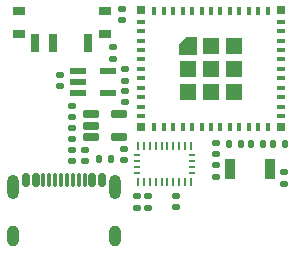
<source format=gtp>
G04 #@! TF.GenerationSoftware,KiCad,Pcbnew,8.0.2*
G04 #@! TF.CreationDate,2024-07-25T04:44:41-07:00*
G04 #@! TF.ProjectId,uSlime,75536c69-6d65-42e6-9b69-6361645f7063,rev?*
G04 #@! TF.SameCoordinates,Original*
G04 #@! TF.FileFunction,Paste,Top*
G04 #@! TF.FilePolarity,Positive*
%FSLAX46Y46*%
G04 Gerber Fmt 4.6, Leading zero omitted, Abs format (unit mm)*
G04 Created by KiCad (PCBNEW 8.0.2) date 2024-07-25 04:44:41*
%MOMM*%
%LPD*%
G01*
G04 APERTURE LIST*
G04 Aperture macros list*
%AMRoundRect*
0 Rectangle with rounded corners*
0 $1 Rounding radius*
0 $2 $3 $4 $5 $6 $7 $8 $9 X,Y pos of 4 corners*
0 Add a 4 corners polygon primitive as box body*
4,1,4,$2,$3,$4,$5,$6,$7,$8,$9,$2,$3,0*
0 Add four circle primitives for the rounded corners*
1,1,$1+$1,$2,$3*
1,1,$1+$1,$4,$5*
1,1,$1+$1,$6,$7*
1,1,$1+$1,$8,$9*
0 Add four rect primitives between the rounded corners*
20,1,$1+$1,$2,$3,$4,$5,0*
20,1,$1+$1,$4,$5,$6,$7,0*
20,1,$1+$1,$6,$7,$8,$9,0*
20,1,$1+$1,$8,$9,$2,$3,0*%
%AMFreePoly0*
4,1,6,0.725000,-0.725000,-0.725000,-0.725000,-0.725000,0.125000,-0.125000,0.725000,0.725000,0.725000,0.725000,-0.725000,0.725000,-0.725000,$1*%
G04 Aperture macros list end*
%ADD10RoundRect,0.147500X-0.172500X0.147500X-0.172500X-0.147500X0.172500X-0.147500X0.172500X0.147500X0*%
%ADD11RoundRect,0.140000X0.170000X-0.140000X0.170000X0.140000X-0.170000X0.140000X-0.170000X-0.140000X0*%
%ADD12RoundRect,0.135000X0.185000X-0.135000X0.185000X0.135000X-0.185000X0.135000X-0.185000X-0.135000X0*%
%ADD13RoundRect,0.135000X-0.185000X0.135000X-0.185000X-0.135000X0.185000X-0.135000X0.185000X0.135000X0*%
%ADD14RoundRect,0.140000X-0.170000X0.140000X-0.170000X-0.140000X0.170000X-0.140000X0.170000X0.140000X0*%
%ADD15RoundRect,0.150000X-0.150000X-0.425000X0.150000X-0.425000X0.150000X0.425000X-0.150000X0.425000X0*%
%ADD16RoundRect,0.075000X-0.075000X-0.500000X0.075000X-0.500000X0.075000X0.500000X-0.075000X0.500000X0*%
%ADD17O,1.000000X2.100000*%
%ADD18O,1.000000X1.800000*%
%ADD19RoundRect,0.135000X-0.135000X-0.185000X0.135000X-0.185000X0.135000X0.185000X-0.135000X0.185000X0*%
%ADD20R,0.250010X0.675010*%
%ADD21R,0.575010X0.250010*%
%ADD22RoundRect,0.147500X0.147500X0.172500X-0.147500X0.172500X-0.147500X-0.172500X0.147500X-0.172500X0*%
%ADD23RoundRect,0.135000X0.135000X0.185000X-0.135000X0.185000X-0.135000X-0.185000X0.135000X-0.185000X0*%
%ADD24RoundRect,0.140000X0.140000X0.170000X-0.140000X0.170000X-0.140000X-0.170000X0.140000X-0.170000X0*%
%ADD25R,1.320800X0.508000*%
%ADD26R,0.800000X0.400000*%
%ADD27R,0.400000X0.800000*%
%ADD28FreePoly0,0.000000*%
%ADD29R,1.450000X1.450000*%
%ADD30R,0.700000X0.700000*%
%ADD31R,0.700000X1.500000*%
%ADD32R,1.000000X0.800000*%
%ADD33R,0.900000X1.700000*%
%ADD34RoundRect,0.045000X-0.630000X0.255000X-0.630000X-0.255000X0.630000X-0.255000X0.630000X0.255000X0*%
G04 APERTURE END LIST*
D10*
X107950000Y-102015000D03*
X107950000Y-102985000D03*
D11*
X119000000Y-102380000D03*
X119000000Y-101420000D03*
D12*
X111300000Y-96160000D03*
X111300000Y-95140000D03*
D11*
X105850000Y-96630000D03*
X105850000Y-95670000D03*
X111100000Y-91030000D03*
X111100000Y-90070000D03*
D13*
X119000000Y-103290000D03*
X119000000Y-104310000D03*
D14*
X106800000Y-100150000D03*
X106800000Y-101110000D03*
D15*
X102950000Y-104570000D03*
X103750000Y-104570000D03*
D16*
X104900000Y-104570000D03*
X105900000Y-104570000D03*
X106400000Y-104570000D03*
X107400000Y-104570000D03*
D15*
X108550000Y-104570000D03*
X109350000Y-104570000D03*
X109350000Y-104570000D03*
X108550000Y-104570000D03*
D16*
X107900000Y-104570000D03*
X106900000Y-104570000D03*
X105400000Y-104570000D03*
X104400000Y-104570000D03*
D15*
X103750000Y-104570000D03*
X102950000Y-104570000D03*
D17*
X101830000Y-105145000D03*
D18*
X101830000Y-109325000D03*
D17*
X110470000Y-105145000D03*
D18*
X110470000Y-109325000D03*
D13*
X112300000Y-105890000D03*
X112300000Y-106910000D03*
D10*
X106800000Y-98265000D03*
X106800000Y-99235000D03*
D14*
X111200000Y-101920000D03*
X111200000Y-102880000D03*
D19*
X109090000Y-102750000D03*
X110110000Y-102750000D03*
D12*
X110300000Y-94310000D03*
X110300000Y-93290000D03*
D20*
X112413960Y-101637570D03*
D21*
X112350460Y-102450370D03*
X112350460Y-102950750D03*
X112350460Y-103449860D03*
X112350460Y-103950240D03*
D20*
X112413960Y-104763040D03*
X112914340Y-104763040D03*
X113414720Y-104763040D03*
X113913830Y-104763040D03*
X114414210Y-104763040D03*
X114913320Y-104763040D03*
X115413700Y-104763040D03*
X115914080Y-104763040D03*
X116414460Y-104763040D03*
X116913570Y-104763040D03*
D21*
X116977070Y-103950240D03*
X116977070Y-103449860D03*
X116977070Y-102950750D03*
X116977070Y-102450370D03*
D20*
X116913570Y-101637570D03*
X116414460Y-101637570D03*
X115914080Y-101637570D03*
X115413700Y-101637570D03*
X114913320Y-101637570D03*
X114414210Y-101637570D03*
X113913830Y-101637570D03*
X113414720Y-101637570D03*
X112914340Y-101637570D03*
D22*
X122967500Y-101500000D03*
X121997500Y-101500000D03*
D11*
X115650000Y-106830000D03*
X115650000Y-105870000D03*
D23*
X124892500Y-101500000D03*
X123872500Y-101500000D03*
D13*
X124800000Y-103840000D03*
X124800000Y-104860000D03*
D24*
X121097500Y-101500000D03*
X120137500Y-101500000D03*
D13*
X113300000Y-105890000D03*
X113300000Y-106910000D03*
D25*
X107304600Y-95299999D03*
X107304600Y-96250000D03*
X107304600Y-97200001D03*
X109895400Y-97200001D03*
X109895400Y-95299999D03*
D26*
X112700000Y-91150000D03*
X112700000Y-91950000D03*
X112700000Y-92750000D03*
X112700000Y-93550000D03*
X112700000Y-94350000D03*
X112700000Y-95150000D03*
X112700000Y-95950000D03*
X112700000Y-96750000D03*
X112700000Y-97550000D03*
X112700000Y-98350000D03*
X112700000Y-99150000D03*
D27*
X113800000Y-100050000D03*
X114600000Y-100050000D03*
X115400000Y-100050000D03*
X116200000Y-100050000D03*
X117000000Y-100050000D03*
X117800000Y-100050000D03*
X118600000Y-100050000D03*
X119400000Y-100050000D03*
X120200000Y-100050000D03*
X121000000Y-100050000D03*
X121800000Y-100050000D03*
X122600000Y-100050000D03*
X123400000Y-100050000D03*
D26*
X124500000Y-99150000D03*
X124500000Y-98350000D03*
X124500000Y-97550000D03*
X124500000Y-96750000D03*
X124500000Y-95950000D03*
X124500000Y-95150000D03*
X124500000Y-94350000D03*
X124500000Y-93550000D03*
X124500000Y-92750000D03*
X124500000Y-91950000D03*
X124500000Y-91150000D03*
D27*
X123400000Y-90250000D03*
X122600000Y-90250000D03*
X121800000Y-90250000D03*
X121000000Y-90250000D03*
X120200000Y-90250000D03*
X119400000Y-90250000D03*
X118600000Y-90250000D03*
X117800000Y-90250000D03*
X117000000Y-90250000D03*
X116200000Y-90250000D03*
X115400000Y-90250000D03*
X114600000Y-90250000D03*
X113800000Y-90250000D03*
D28*
X116625000Y-93175000D03*
D29*
X116625000Y-95150000D03*
X116625000Y-97125000D03*
X118600000Y-93175000D03*
X118600000Y-95150000D03*
X118600000Y-97125000D03*
X120575000Y-93175000D03*
X120575000Y-95150000D03*
X120575000Y-97125000D03*
D30*
X124550000Y-90200000D03*
X124550000Y-100100000D03*
X112650000Y-100100000D03*
X112650000Y-90200000D03*
D31*
X105225000Y-92975000D03*
D32*
X109625000Y-92190000D03*
X109625000Y-90260000D03*
X102325000Y-92190000D03*
X102325000Y-90260000D03*
D31*
X103725000Y-92975000D03*
X108225000Y-92975000D03*
D33*
X123600000Y-103650000D03*
X120200000Y-103650000D03*
D34*
X108415000Y-99000000D03*
X108415000Y-99950000D03*
X108415000Y-100900000D03*
X110785000Y-100900000D03*
X110785000Y-99000000D03*
D10*
X111300000Y-97015000D03*
X111300000Y-97985000D03*
D11*
X106800000Y-102980000D03*
X106800000Y-102020000D03*
M02*

</source>
